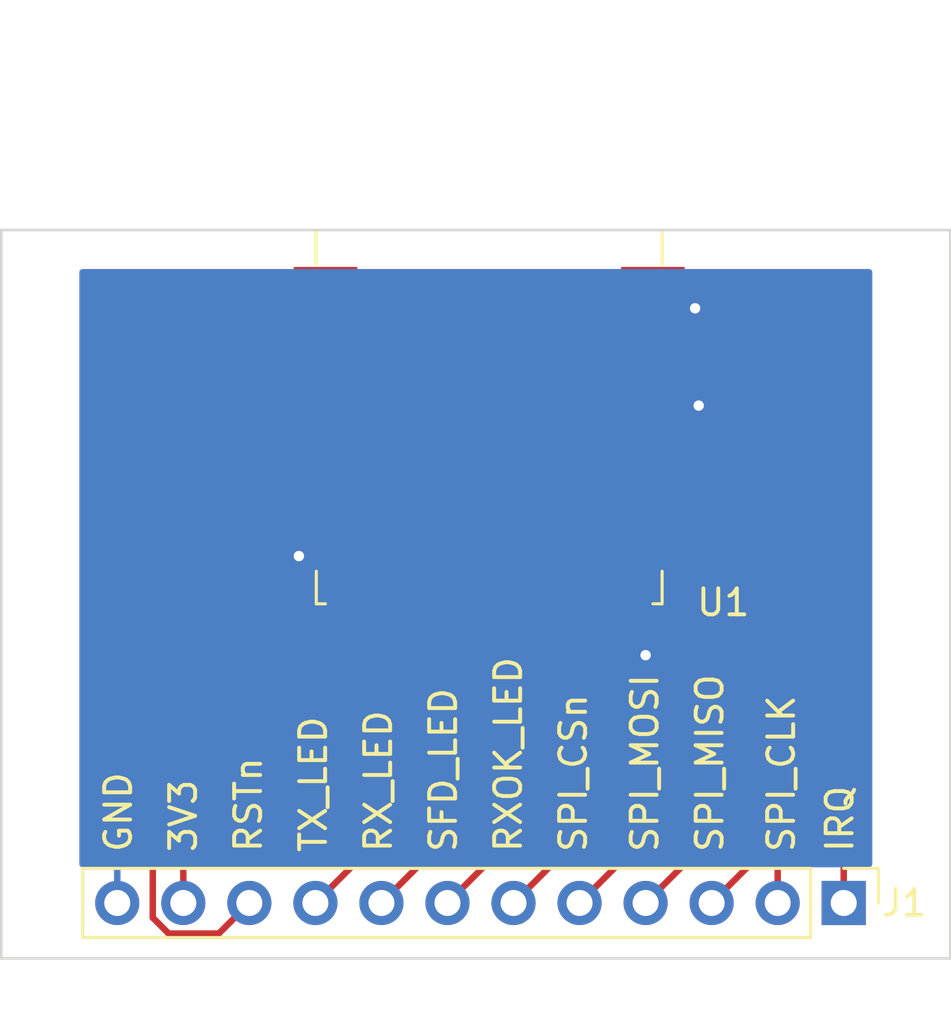
<source format=kicad_pcb>
(kicad_pcb (version 20171130) (host pcbnew "(5.1.12)-1")

  (general
    (thickness 1.6)
    (drawings 16)
    (tracks 51)
    (zones 0)
    (modules 2)
    (nets 13)
  )

  (page A4)
  (title_block
    (title "Breakout board for UWB-X1 ultra-wideband radio")
    (date 2022-03-15)
    (rev 1.0)
  )

  (layers
    (0 F.Cu signal)
    (31 B.Cu signal)
    (32 B.Adhes user)
    (33 F.Adhes user)
    (34 B.Paste user)
    (35 F.Paste user)
    (36 B.SilkS user)
    (37 F.SilkS user)
    (38 B.Mask user)
    (39 F.Mask user)
    (40 Dwgs.User user)
    (41 Cmts.User user)
    (42 Eco1.User user)
    (43 Eco2.User user)
    (44 Edge.Cuts user)
    (45 Margin user)
    (46 B.CrtYd user)
    (47 F.CrtYd user)
    (48 B.Fab user)
    (49 F.Fab user)
  )

  (setup
    (last_trace_width 0.25)
    (trace_clearance 0.2)
    (zone_clearance 0.508)
    (zone_45_only yes)
    (trace_min 0.2)
    (via_size 0.8)
    (via_drill 0.4)
    (via_min_size 0.4)
    (via_min_drill 0.3)
    (uvia_size 0.3)
    (uvia_drill 0.1)
    (uvias_allowed no)
    (uvia_min_size 0.2)
    (uvia_min_drill 0.1)
    (edge_width 0.05)
    (segment_width 0.2)
    (pcb_text_width 0.3)
    (pcb_text_size 1.5 1.5)
    (mod_edge_width 0.12)
    (mod_text_size 1 1)
    (mod_text_width 0.15)
    (pad_size 1.524 1.524)
    (pad_drill 0.762)
    (pad_to_mask_clearance 0)
    (aux_axis_origin 0 0)
    (visible_elements 7FFFFFFF)
    (pcbplotparams
      (layerselection 0x010fc_ffffffff)
      (usegerberextensions false)
      (usegerberattributes true)
      (usegerberadvancedattributes true)
      (creategerberjobfile true)
      (excludeedgelayer true)
      (linewidth 0.100000)
      (plotframeref false)
      (viasonmask false)
      (mode 1)
      (useauxorigin false)
      (hpglpennumber 1)
      (hpglpenspeed 20)
      (hpglpendiameter 15.000000)
      (psnegative false)
      (psa4output false)
      (plotreference true)
      (plotvalue true)
      (plotinvisibletext false)
      (padsonsilk false)
      (subtractmaskfromsilk false)
      (outputformat 1)
      (mirror false)
      (drillshape 0)
      (scaleselection 1)
      (outputdirectory "outputs/"))
  )

  (net 0 "")
  (net 1 GND)
  (net 2 "Net-(J1-Pad9)")
  (net 3 "Net-(J1-Pad8)")
  (net 4 /RSTn)
  (net 5 "Net-(J1-Pad6)")
  (net 6 "Net-(J1-Pad5)")
  (net 7 "Net-(J1-Pad4)")
  (net 8 "Net-(J1-Pad3)")
  (net 9 "Net-(J1-Pad2)")
  (net 10 +3V3)
  (net 11 "Net-(J1-Pad7)")
  (net 12 "Net-(J1-Pad1)")

  (net_class Default "This is the default net class."
    (clearance 0.2)
    (trace_width 0.25)
    (via_dia 0.8)
    (via_drill 0.4)
    (uvia_dia 0.3)
    (uvia_drill 0.1)
    (add_net +3V3)
    (add_net /RSTn)
    (add_net GND)
    (add_net "Net-(J1-Pad1)")
    (add_net "Net-(J1-Pad2)")
    (add_net "Net-(J1-Pad3)")
    (add_net "Net-(J1-Pad4)")
    (add_net "Net-(J1-Pad5)")
    (add_net "Net-(J1-Pad6)")
    (add_net "Net-(J1-Pad7)")
    (add_net "Net-(J1-Pad8)")
    (add_net "Net-(J1-Pad9)")
  )

  (module Connector_PinHeader_2.54mm:PinHeader_1x12_P2.54mm_Vertical (layer F.Cu) (tedit 59FED5CC) (tstamp 6230953C)
    (at 152.4 102.87 270)
    (descr "Through hole straight pin header, 1x12, 2.54mm pitch, single row")
    (tags "Through hole pin header THT 1x12 2.54mm single row")
    (path /62340FC2)
    (fp_text reference J1 (at 0 -2.33 180) (layer F.SilkS)
      (effects (font (size 1 1) (thickness 0.15)))
    )
    (fp_text value Conn_01x12 (at 0 30.27 90) (layer F.Fab)
      (effects (font (size 1 1) (thickness 0.15)))
    )
    (fp_line (start -0.635 -1.27) (end 1.27 -1.27) (layer F.Fab) (width 0.1))
    (fp_line (start 1.27 -1.27) (end 1.27 29.21) (layer F.Fab) (width 0.1))
    (fp_line (start 1.27 29.21) (end -1.27 29.21) (layer F.Fab) (width 0.1))
    (fp_line (start -1.27 29.21) (end -1.27 -0.635) (layer F.Fab) (width 0.1))
    (fp_line (start -1.27 -0.635) (end -0.635 -1.27) (layer F.Fab) (width 0.1))
    (fp_line (start -1.33 29.27) (end 1.33 29.27) (layer F.SilkS) (width 0.12))
    (fp_line (start -1.33 1.27) (end -1.33 29.27) (layer F.SilkS) (width 0.12))
    (fp_line (start 1.33 1.27) (end 1.33 29.27) (layer F.SilkS) (width 0.12))
    (fp_line (start -1.33 1.27) (end 1.33 1.27) (layer F.SilkS) (width 0.12))
    (fp_line (start -1.33 0) (end -1.33 -1.33) (layer F.SilkS) (width 0.12))
    (fp_line (start -1.33 -1.33) (end 0 -1.33) (layer F.SilkS) (width 0.12))
    (fp_line (start -1.8 -1.8) (end -1.8 29.75) (layer F.CrtYd) (width 0.05))
    (fp_line (start -1.8 29.75) (end 1.8 29.75) (layer F.CrtYd) (width 0.05))
    (fp_line (start 1.8 29.75) (end 1.8 -1.8) (layer F.CrtYd) (width 0.05))
    (fp_line (start 1.8 -1.8) (end -1.8 -1.8) (layer F.CrtYd) (width 0.05))
    (fp_text user %R (at 0 13.97) (layer F.Fab)
      (effects (font (size 1 1) (thickness 0.15)))
    )
    (pad 12 thru_hole oval (at 0 27.94 270) (size 1.7 1.7) (drill 1) (layers *.Cu *.Mask)
      (net 1 GND))
    (pad 11 thru_hole oval (at 0 25.4 270) (size 1.7 1.7) (drill 1) (layers *.Cu *.Mask)
      (net 10 +3V3))
    (pad 10 thru_hole oval (at 0 22.86 270) (size 1.7 1.7) (drill 1) (layers *.Cu *.Mask)
      (net 4 /RSTn))
    (pad 9 thru_hole oval (at 0 20.32 270) (size 1.7 1.7) (drill 1) (layers *.Cu *.Mask)
      (net 2 "Net-(J1-Pad9)"))
    (pad 8 thru_hole oval (at 0 17.78 270) (size 1.7 1.7) (drill 1) (layers *.Cu *.Mask)
      (net 3 "Net-(J1-Pad8)"))
    (pad 7 thru_hole oval (at 0 15.24 270) (size 1.7 1.7) (drill 1) (layers *.Cu *.Mask)
      (net 11 "Net-(J1-Pad7)"))
    (pad 6 thru_hole oval (at 0 12.7 270) (size 1.7 1.7) (drill 1) (layers *.Cu *.Mask)
      (net 5 "Net-(J1-Pad6)"))
    (pad 5 thru_hole oval (at 0 10.16 270) (size 1.7 1.7) (drill 1) (layers *.Cu *.Mask)
      (net 6 "Net-(J1-Pad5)"))
    (pad 4 thru_hole oval (at 0 7.62 270) (size 1.7 1.7) (drill 1) (layers *.Cu *.Mask)
      (net 7 "Net-(J1-Pad4)"))
    (pad 3 thru_hole oval (at 0 5.08 270) (size 1.7 1.7) (drill 1) (layers *.Cu *.Mask)
      (net 8 "Net-(J1-Pad3)"))
    (pad 2 thru_hole oval (at 0 2.54 270) (size 1.7 1.7) (drill 1) (layers *.Cu *.Mask)
      (net 9 "Net-(J1-Pad2)"))
    (pad 1 thru_hole rect (at 0 0 270) (size 1.7 1.7) (drill 1) (layers *.Cu *.Mask)
      (net 12 "Net-(J1-Pad1)"))
    (model ${KISYS3DMOD}/Connector_PinHeader_2.54mm.3dshapes/PinHeader_1x12_P2.54mm_Vertical.wrl
      (at (xyz 0 0 0))
      (scale (xyz 1 1 1))
      (rotate (xyz 0 0 0))
    )
  )

  (module UWB-X1:UWB-X1-CA (layer F.Cu) (tedit 623014AB) (tstamp 62308AD2)
    (at 138.765 83.82)
    (path /62320BC0)
    (attr smd)
    (fp_text reference U1 (at 9 7.5) (layer F.SilkS)
      (effects (font (size 1 1) (thickness 0.15)))
    )
    (fp_text value UWB-X1-PRO (at 0 9.42) (layer F.Fab)
      (effects (font (size 1 1) (thickness 0.15)))
    )
    (fp_line (start -6.5 -5.525) (end -6.5 7.4) (layer F.Fab) (width 0.1))
    (fp_line (start -6.5 7.4) (end 6.5 7.4) (layer F.Fab) (width 0.1))
    (fp_line (start 6.5 7.4) (end 6.5 -5.525) (layer F.Fab) (width 0.1))
    (fp_line (start -6.66 -6.75) (end -6.66 -5.5) (layer F.SilkS) (width 0.12))
    (fp_line (start 6.65 -6.75) (end 6.65 -5.5) (layer F.SilkS) (width 0.12))
    (fp_line (start -6.3 7.55) (end -6.65 7.55) (layer F.SilkS) (width 0.12))
    (fp_line (start -6.65 7.55) (end -6.65 6.3) (layer F.SilkS) (width 0.12))
    (fp_line (start 6.3 7.55) (end 6.65 7.55) (layer F.SilkS) (width 0.12))
    (fp_line (start 6.65 7.55) (end 6.65 6.3) (layer F.SilkS) (width 0.12))
    (fp_line (start 7.75 -5.525) (end 7.75 8.65) (layer F.CrtYd) (width 0.05))
    (fp_line (start 7.75 8.65) (end -7.75 8.65) (layer F.CrtYd) (width 0.05))
    (fp_line (start -7.75 8.65) (end -7.75 -5.525) (layer F.CrtYd) (width 0.05))
    (fp_line (start -6.5 -5.525) (end 6.5 -5.525) (layer F.Fab) (width 0.1))
    (fp_line (start -6.5 -5.525) (end -6.5 -15.6) (layer F.Fab) (width 0.1))
    (fp_line (start 6.5 -5.525) (end 6.5 -15.6) (layer F.Fab) (width 0.1))
    (fp_line (start -6.5 -15.6) (end 6.5 -15.6) (layer F.Fab) (width 0.12))
    (fp_line (start -16.5 -5.525) (end -7.75 -5.525) (layer F.CrtYd) (width 0.05))
    (fp_line (start 7.75 -5.525) (end 16.5 -5.525) (layer F.CrtYd) (width 0.05))
    (fp_line (start 16.5 -5.525) (end 16.5 -15.6) (layer F.CrtYd) (width 0.05))
    (fp_line (start 16.5 -15.6) (end -16.5 -15.6) (layer F.CrtYd) (width 0.05))
    (fp_line (start -16.5 -5.525) (end -16.5 -15.6) (layer F.CrtYd) (width 0.05))
    (fp_text user "10mm left and right" (at 0 -10.1) (layer Cmts.User)
      (effects (font (size 1 1) (thickness 0.15)))
    )
    (fp_text user "Keep out this region and" (at 0 -12.1) (layer Cmts.User)
      (effects (font (size 1 1) (thickness 0.15)))
    )
    (pad 24 smd rect (at 6.295 -4.9 90) (size 1 2.45) (layers F.Cu F.Paste F.Mask)
      (net 1 GND))
    (pad 23 smd rect (at 6.295 -3.5 90) (size 1 2.45) (layers F.Cu F.Paste F.Mask)
      (net 1 GND))
    (pad 22 smd rect (at 6.295 -2.1 90) (size 1 2.45) (layers F.Cu F.Paste F.Mask)
      (net 12 "Net-(J1-Pad1)"))
    (pad 21 smd rect (at 6.295 -0.7 90) (size 1 2.45) (layers F.Cu F.Paste F.Mask)
      (net 1 GND))
    (pad 20 smd rect (at 6.295 0.7 90) (size 1 2.45) (layers F.Cu F.Paste F.Mask)
      (net 9 "Net-(J1-Pad2)"))
    (pad 19 smd rect (at 6.295 2.1 90) (size 1 2.45) (layers F.Cu F.Paste F.Mask)
      (net 8 "Net-(J1-Pad3)"))
    (pad 18 smd rect (at 6.295 3.5 90) (size 1 2.45) (layers F.Cu F.Paste F.Mask)
      (net 7 "Net-(J1-Pad4)"))
    (pad 17 smd rect (at 6.295 4.9 90) (size 1 2.45) (layers F.Cu F.Paste F.Mask)
      (net 6 "Net-(J1-Pad5)"))
    (pad 16 smd rect (at 4.9 7.195) (size 1 2.45) (layers F.Cu F.Paste F.Mask)
      (net 1 GND))
    (pad 15 smd rect (at 3.5 7.195) (size 1 2.45) (layers F.Cu F.Paste F.Mask)
      (net 5 "Net-(J1-Pad6)"))
    (pad 14 smd rect (at 2.1 7.195) (size 1 2.45) (layers F.Cu F.Paste F.Mask)
      (net 11 "Net-(J1-Pad7)"))
    (pad 13 smd rect (at 0.7 7.195) (size 1 2.45) (layers F.Cu F.Paste F.Mask)
      (net 3 "Net-(J1-Pad8)"))
    (pad 12 smd rect (at -0.7 7.195) (size 1 2.45) (layers F.Cu F.Paste F.Mask)
      (net 2 "Net-(J1-Pad9)"))
    (pad 11 smd rect (at -2.1 7.195) (size 1 2.45) (layers F.Cu F.Paste F.Mask))
    (pad 10 smd rect (at -3.5 7.195) (size 1 2.45) (layers F.Cu F.Paste F.Mask))
    (pad 9 smd rect (at -4.9 7.195) (size 1 2.45) (layers F.Cu F.Paste F.Mask))
    (pad 8 smd rect (at -6.295 4.9 90) (size 1 2.45) (layers F.Cu F.Paste F.Mask)
      (net 1 GND))
    (pad 7 smd rect (at -6.295 3.5 90) (size 1 2.45) (layers F.Cu F.Paste F.Mask)
      (net 10 +3V3))
    (pad 6 smd rect (at -6.295 2.1 90) (size 1 2.45) (layers F.Cu F.Paste F.Mask)
      (net 10 +3V3))
    (pad 5 smd rect (at -6.295 0.7 90) (size 1 2.45) (layers F.Cu F.Paste F.Mask)
      (net 10 +3V3))
    (pad 4 smd rect (at -6.295 -0.7 90) (size 1 2.45) (layers F.Cu F.Paste F.Mask))
    (pad 3 smd rect (at -6.295 -2.1 90) (size 1 2.45) (layers F.Cu F.Paste F.Mask)
      (net 4 /RSTn))
    (pad 2 smd rect (at -6.295 -3.5 90) (size 1 2.45) (layers F.Cu F.Paste F.Mask))
    (pad 1 smd rect (at -6.295 -4.9 90) (size 1 2.45) (layers F.Cu F.Paste F.Mask))
  )

  (gr_text SPI_MOSI (at 144.75 101 90) (layer F.SilkS) (tstamp 62305A83)
    (effects (font (size 1 1) (thickness 0.15)) (justify left))
  )
  (gr_text IRQ (at 152.25 101 90) (layer F.SilkS) (tstamp 623059E7)
    (effects (font (size 1 1) (thickness 0.15)) (justify left))
  )
  (gr_text SPI_CLK (at 150 101 90) (layer F.SilkS) (tstamp 623059E7)
    (effects (font (size 1 1) (thickness 0.15)) (justify left))
  )
  (gr_text SPI_MISO (at 147.25 101 90) (layer F.SilkS) (tstamp 623059E7)
    (effects (font (size 1 1) (thickness 0.15)) (justify left))
  )
  (gr_text SPI_CSn (at 142 101 90) (layer F.SilkS) (tstamp 623059E7)
    (effects (font (size 1 1) (thickness 0.15)) (justify left))
  )
  (gr_text RXOK_LED (at 139.5 101 90) (layer F.SilkS) (tstamp 623059E7)
    (effects (font (size 1 1) (thickness 0.15)) (justify left))
  )
  (gr_text SFD_LED (at 137 101 90) (layer F.SilkS) (tstamp 623059E7)
    (effects (font (size 1 1) (thickness 0.15)) (justify left))
  )
  (gr_text RX_LED (at 134.5 101 90) (layer F.SilkS)
    (effects (font (size 1 1) (thickness 0.15)) (justify left))
  )
  (gr_text TX_LED (at 132 101 90) (layer F.SilkS)
    (effects (font (size 1 1) (thickness 0.15)) (justify left))
  )
  (gr_text RSTn (at 129.5 101 90) (layer F.SilkS)
    (effects (font (size 1 1) (thickness 0.15)) (justify left))
  )
  (gr_text 3V3 (at 127 101 90) (layer F.SilkS)
    (effects (font (size 1 1) (thickness 0.15)) (justify left))
  )
  (gr_text GND (at 124.5 101 90) (layer F.SilkS)
    (effects (font (size 1 1) (thickness 0.15)) (justify left))
  )
  (gr_line (start 156.5 77) (end 156.5 105) (layer Edge.Cuts) (width 0.1))
  (gr_line (start 120 77) (end 156.5 77) (layer Edge.Cuts) (width 0.1))
  (gr_line (start 120 105) (end 120 77) (layer Edge.Cuts) (width 0.1))
  (gr_line (start 156.5 105) (end 120 105) (layer Edge.Cuts) (width 0.1))

  (via (at 144.78 93.345) (size 0.8) (drill 0.4) (layers F.Cu B.Cu) (net 1))
  (segment (start 143.665 92.23) (end 144.78 93.345) (width 0.25) (layer F.Cu) (net 1))
  (segment (start 143.665 91.015) (end 143.665 92.23) (width 0.25) (layer F.Cu) (net 1))
  (segment (start 132.26 88.72) (end 131.445 89.535) (width 0.25) (layer F.Cu) (net 1))
  (via (at 131.445 89.535) (size 0.8) (drill 0.4) (layers F.Cu B.Cu) (net 1))
  (segment (start 132.47 88.72) (end 132.26 88.72) (width 0.25) (layer F.Cu) (net 1))
  (via (at 146.685 80.01) (size 0.8) (drill 0.4) (layers F.Cu B.Cu) (net 1))
  (segment (start 145.595 78.92) (end 146.685 80.01) (width 0.25) (layer F.Cu) (net 1))
  (segment (start 145.06 78.92) (end 145.595 78.92) (width 0.25) (layer F.Cu) (net 1))
  (segment (start 146.375 80.32) (end 146.685 80.01) (width 0.25) (layer F.Cu) (net 1))
  (segment (start 145.06 80.32) (end 146.375 80.32) (width 0.25) (layer F.Cu) (net 1))
  (via (at 146.821658 83.751671) (size 0.8) (drill 0.4) (layers F.Cu B.Cu) (net 1))
  (segment (start 146.189987 83.12) (end 146.821658 83.751671) (width 0.25) (layer F.Cu) (net 1))
  (segment (start 145.06 83.12) (end 146.189987 83.12) (width 0.25) (layer F.Cu) (net 1))
  (segment (start 124.46 102.87) (end 124.46 99.695) (width 0.25) (layer B.Cu) (net 1))
  (segment (start 138.065 96.885) (end 132.08 102.87) (width 0.25) (layer F.Cu) (net 2))
  (segment (start 138.065 91.015) (end 138.065 96.885) (width 0.25) (layer F.Cu) (net 2))
  (segment (start 139.465 98.025) (end 134.62 102.87) (width 0.25) (layer F.Cu) (net 3))
  (segment (start 139.465 91.015) (end 139.465 98.025) (width 0.25) (layer F.Cu) (net 3))
  (segment (start 130.995 81.72) (end 132.47 81.72) (width 0.25) (layer F.Cu) (net 4))
  (segment (start 125.824999 86.890001) (end 130.995 81.72) (width 0.25) (layer F.Cu) (net 4))
  (segment (start 125.824999 103.434001) (end 125.824999 86.890001) (width 0.25) (layer F.Cu) (net 4))
  (segment (start 126.435999 104.045001) (end 125.824999 103.434001) (width 0.25) (layer F.Cu) (net 4))
  (segment (start 128.364999 104.045001) (end 126.435999 104.045001) (width 0.25) (layer F.Cu) (net 4))
  (segment (start 129.54 102.87) (end 128.364999 104.045001) (width 0.25) (layer F.Cu) (net 4))
  (segment (start 142.265 100.305) (end 139.7 102.87) (width 0.25) (layer F.Cu) (net 5))
  (segment (start 142.265 91.015) (end 142.265 100.305) (width 0.25) (layer F.Cu) (net 5))
  (segment (start 145.06 88.72) (end 146.72 88.72) (width 0.25) (layer F.Cu) (net 6))
  (segment (start 146.72 88.72) (end 147 89) (width 0.25) (layer F.Cu) (net 6))
  (segment (start 147 98.11) (end 142.24 102.87) (width 0.25) (layer F.Cu) (net 6))
  (segment (start 147 89) (end 147 98.11) (width 0.25) (layer F.Cu) (net 6))
  (segment (start 145.06 87.32) (end 146.32 87.32) (width 0.25) (layer F.Cu) (net 7))
  (segment (start 146.32 87.32) (end 148 89) (width 0.25) (layer F.Cu) (net 7))
  (segment (start 148 99.65) (end 144.78 102.87) (width 0.25) (layer F.Cu) (net 7))
  (segment (start 148 89) (end 148 99.65) (width 0.25) (layer F.Cu) (net 7))
  (segment (start 146.535 85.92) (end 149 88.385) (width 0.25) (layer F.Cu) (net 8))
  (segment (start 145.06 85.92) (end 146.535 85.92) (width 0.25) (layer F.Cu) (net 8))
  (segment (start 149 101.19) (end 147.32 102.87) (width 0.25) (layer F.Cu) (net 8))
  (segment (start 149 88.385) (end 149 101.19) (width 0.25) (layer F.Cu) (net 8))
  (segment (start 149.86 87.845) (end 149.86 102.87) (width 0.25) (layer F.Cu) (net 9))
  (segment (start 146.535 84.52) (end 149.86 87.845) (width 0.25) (layer F.Cu) (net 9))
  (segment (start 145.06 84.52) (end 146.535 84.52) (width 0.25) (layer F.Cu) (net 9))
  (segment (start 131.559998 87.32) (end 132.47 87.32) (width 0.25) (layer F.Cu) (net 10))
  (segment (start 127 91.879998) (end 131.559998 87.32) (width 0.25) (layer F.Cu) (net 10))
  (segment (start 127 102.87) (end 127 91.879998) (width 0.25) (layer F.Cu) (net 10))
  (segment (start 132.47 87.32) (end 132.47 84.52) (width 0.25) (layer F.Cu) (net 10))
  (segment (start 140.865 99.165) (end 137.16 102.87) (width 0.25) (layer F.Cu) (net 11))
  (segment (start 140.865 91.015) (end 140.865 99.165) (width 0.25) (layer F.Cu) (net 11))
  (segment (start 146.535 81.72) (end 145.06 81.72) (width 0.25) (layer F.Cu) (net 12))
  (segment (start 152.4 87.585) (end 146.535 81.72) (width 0.25) (layer F.Cu) (net 12))
  (segment (start 152.4 102.87) (end 152.4 87.585) (width 0.25) (layer F.Cu) (net 12))

  (zone (net 1) (net_name GND) (layer B.Cu) (tstamp 623035F8) (hatch edge 0.508)
    (connect_pads (clearance 0.508))
    (min_thickness 0.254)
    (fill yes (arc_segments 32) (thermal_gap 0.508) (thermal_bridge_width 0.508))
    (polygon
      (pts
        (xy 153.5 101.5) (xy 123 101.5) (xy 123 78.5) (xy 153.5 78.5)
      )
    )
    (filled_polygon
      (pts
        (xy 153.373 101.373) (xy 123.127 101.373) (xy 123.127 78.627) (xy 153.373 78.627)
      )
    )
  )
)

</source>
